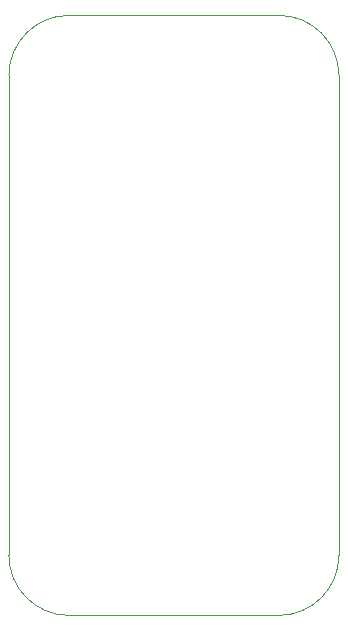
<source format=gbr>
%TF.GenerationSoftware,KiCad,Pcbnew,(6.0.9-0)*%
%TF.CreationDate,2024-06-20T10:44:06+02:00*%
%TF.ProjectId,follower-board,666f6c6c-6f77-4657-922d-626f6172642e,rev?*%
%TF.SameCoordinates,Original*%
%TF.FileFunction,Profile,NP*%
%FSLAX46Y46*%
G04 Gerber Fmt 4.6, Leading zero omitted, Abs format (unit mm)*
G04 Created by KiCad (PCBNEW (6.0.9-0)) date 2024-06-20 10:44:06*
%MOMM*%
%LPD*%
G01*
G04 APERTURE LIST*
%TA.AperFunction,Profile*%
%ADD10C,0.100000*%
%TD*%
G04 APERTURE END LIST*
D10*
X53340000Y-38100000D02*
G75*
G03*
X48260000Y-43180000I0J-5080000D01*
G01*
X48260000Y-43180000D02*
X48260000Y-83820000D01*
X71120000Y-88900000D02*
G75*
G03*
X76200000Y-83820000I0J5080000D01*
G01*
X76200000Y-43180000D02*
G75*
G03*
X71120000Y-38100000I-5080000J0D01*
G01*
X71120000Y-88900000D02*
X53340000Y-88900000D01*
X48260000Y-83820000D02*
G75*
G03*
X53340000Y-88900000I5080000J0D01*
G01*
X71120000Y-38100000D02*
X53340000Y-38100000D01*
X76200000Y-83820000D02*
X76200000Y-43180000D01*
M02*

</source>
